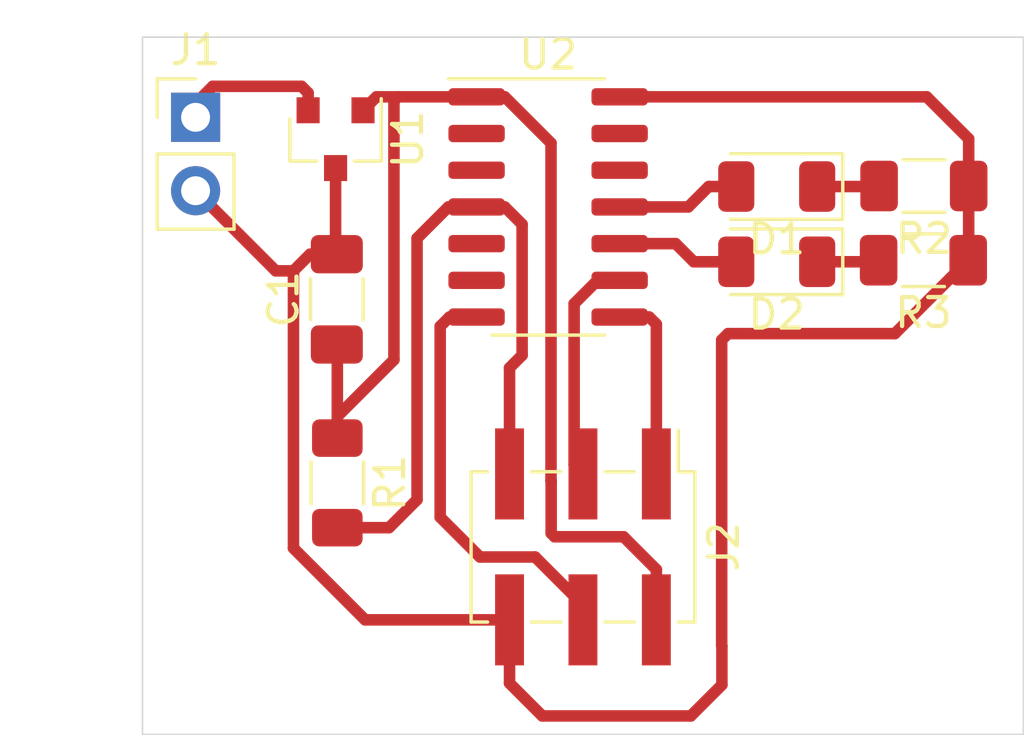
<source format=kicad_pcb>
(kicad_pcb (version 20171130) (host pcbnew "(5.1.9-0-10_14)")

  (general
    (thickness 1.6)
    (drawings 4)
    (tracks 82)
    (zones 0)
    (modules 10)
    (nets 18)
  )

  (page A4)
  (layers
    (0 F.Cu signal)
    (31 B.Cu signal)
    (32 B.Adhes user)
    (33 F.Adhes user)
    (34 B.Paste user)
    (35 F.Paste user)
    (36 B.SilkS user)
    (37 F.SilkS user)
    (38 B.Mask user)
    (39 F.Mask user)
    (40 Dwgs.User user)
    (41 Cmts.User user)
    (42 Eco1.User user)
    (43 Eco2.User user)
    (44 Edge.Cuts user)
    (45 Margin user)
    (46 B.CrtYd user)
    (47 F.CrtYd user)
    (48 B.Fab user)
    (49 F.Fab user)
  )

  (setup
    (last_trace_width 0.4)
    (trace_clearance 0.4)
    (zone_clearance 0.508)
    (zone_45_only no)
    (trace_min 0.2)
    (via_size 1.2)
    (via_drill 0.8)
    (via_min_size 0.4)
    (via_min_drill 0.3)
    (uvia_size 0.3)
    (uvia_drill 0.1)
    (uvias_allowed no)
    (uvia_min_size 0.2)
    (uvia_min_drill 0.1)
    (edge_width 0.05)
    (segment_width 0.2)
    (pcb_text_width 0.3)
    (pcb_text_size 1.5 1.5)
    (mod_edge_width 0.12)
    (mod_text_size 1 1)
    (mod_text_width 0.15)
    (pad_size 1.524 1.524)
    (pad_drill 0.762)
    (pad_to_mask_clearance 0)
    (solder_mask_min_width 0.25)
    (aux_axis_origin 0 0)
    (visible_elements 7FFFFFFF)
    (pcbplotparams
      (layerselection 0x01000_7fffffff)
      (usegerberextensions false)
      (usegerberattributes true)
      (usegerberadvancedattributes true)
      (creategerberjobfile true)
      (excludeedgelayer true)
      (linewidth 0.100000)
      (plotframeref false)
      (viasonmask false)
      (mode 1)
      (useauxorigin false)
      (hpglpennumber 1)
      (hpglpenspeed 20)
      (hpglpendiameter 15.000000)
      (psnegative false)
      (psa4output false)
      (plotreference true)
      (plotvalue true)
      (plotinvisibletext false)
      (padsonsilk false)
      (subtractmaskfromsilk false)
      (outputformat 1)
      (mirror false)
      (drillshape 0)
      (scaleselection 1)
      (outputdirectory ""))
  )

  (net 0 "")
  (net 1 GND)
  (net 2 +9V)
  (net 3 /MISO)
  (net 4 VCC)
  (net 5 /SCK)
  (net 6 /MOSI)
  (net 7 /RESET)
  (net 8 "Net-(U2-Pad2)")
  (net 9 "Net-(U2-Pad3)")
  (net 10 "Net-(U2-Pad5)")
  (net 11 "Net-(U2-Pad6)")
  (net 12 "Net-(U2-Pad12)")
  (net 13 "Net-(U2-Pad13)")
  (net 14 "Net-(D1-Pad1)")
  (net 15 "Net-(D1-Pad2)")
  (net 16 "Net-(D2-Pad2)")
  (net 17 "Net-(D2-Pad1)")

  (net_class Default "This is the default net class."
    (clearance 0.4)
    (trace_width 0.4)
    (via_dia 1.2)
    (via_drill 0.8)
    (uvia_dia 0.3)
    (uvia_drill 0.1)
    (add_net +9V)
    (add_net /MISO)
    (add_net /MOSI)
    (add_net /RESET)
    (add_net /SCK)
    (add_net GND)
    (add_net "Net-(D1-Pad1)")
    (add_net "Net-(D1-Pad2)")
    (add_net "Net-(D2-Pad1)")
    (add_net "Net-(D2-Pad2)")
    (add_net "Net-(U2-Pad12)")
    (add_net "Net-(U2-Pad13)")
    (add_net "Net-(U2-Pad2)")
    (add_net "Net-(U2-Pad3)")
    (add_net "Net-(U2-Pad5)")
    (add_net "Net-(U2-Pad6)")
    (add_net VCC)
  )

  (module Package_SO:SOIC-14_3.9x8.7mm_P1.27mm (layer F.Cu) (tedit 5D9F72B1) (tstamp 6180A6F4)
    (at 138.495001 99.855001)
    (descr "SOIC, 14 Pin (JEDEC MS-012AB, https://www.analog.com/media/en/package-pcb-resources/package/pkg_pdf/soic_narrow-r/r_14.pdf), generated with kicad-footprint-generator ipc_gullwing_generator.py")
    (tags "SOIC SO")
    (path /6181189F)
    (attr smd)
    (fp_text reference U2 (at 0 -5.28) (layer F.SilkS)
      (effects (font (size 1 1) (thickness 0.15)))
    )
    (fp_text value ATtiny44A-SSU (at 0 5.28) (layer F.Fab)
      (effects (font (size 1 1) (thickness 0.15)))
    )
    (fp_line (start 3.7 -4.58) (end -3.7 -4.58) (layer F.CrtYd) (width 0.05))
    (fp_line (start 3.7 4.58) (end 3.7 -4.58) (layer F.CrtYd) (width 0.05))
    (fp_line (start -3.7 4.58) (end 3.7 4.58) (layer F.CrtYd) (width 0.05))
    (fp_line (start -3.7 -4.58) (end -3.7 4.58) (layer F.CrtYd) (width 0.05))
    (fp_line (start -1.95 -3.35) (end -0.975 -4.325) (layer F.Fab) (width 0.1))
    (fp_line (start -1.95 4.325) (end -1.95 -3.35) (layer F.Fab) (width 0.1))
    (fp_line (start 1.95 4.325) (end -1.95 4.325) (layer F.Fab) (width 0.1))
    (fp_line (start 1.95 -4.325) (end 1.95 4.325) (layer F.Fab) (width 0.1))
    (fp_line (start -0.975 -4.325) (end 1.95 -4.325) (layer F.Fab) (width 0.1))
    (fp_line (start 0 -4.435) (end -3.45 -4.435) (layer F.SilkS) (width 0.12))
    (fp_line (start 0 -4.435) (end 1.95 -4.435) (layer F.SilkS) (width 0.12))
    (fp_line (start 0 4.435) (end -1.95 4.435) (layer F.SilkS) (width 0.12))
    (fp_line (start 0 4.435) (end 1.95 4.435) (layer F.SilkS) (width 0.12))
    (fp_text user %R (at 0 0) (layer F.Fab)
      (effects (font (size 0.98 0.98) (thickness 0.15)))
    )
    (pad 1 smd roundrect (at -2.475 -3.81) (size 1.95 0.6) (layers F.Cu F.Paste F.Mask) (roundrect_rratio 0.25)
      (net 4 VCC))
    (pad 2 smd roundrect (at -2.475 -2.54) (size 1.95 0.6) (layers F.Cu F.Paste F.Mask) (roundrect_rratio 0.25)
      (net 8 "Net-(U2-Pad2)"))
    (pad 3 smd roundrect (at -2.475 -1.27) (size 1.95 0.6) (layers F.Cu F.Paste F.Mask) (roundrect_rratio 0.25)
      (net 9 "Net-(U2-Pad3)"))
    (pad 4 smd roundrect (at -2.475 0) (size 1.95 0.6) (layers F.Cu F.Paste F.Mask) (roundrect_rratio 0.25)
      (net 7 /RESET))
    (pad 5 smd roundrect (at -2.475 1.27) (size 1.95 0.6) (layers F.Cu F.Paste F.Mask) (roundrect_rratio 0.25)
      (net 10 "Net-(U2-Pad5)"))
    (pad 6 smd roundrect (at -2.475 2.54) (size 1.95 0.6) (layers F.Cu F.Paste F.Mask) (roundrect_rratio 0.25)
      (net 11 "Net-(U2-Pad6)"))
    (pad 7 smd roundrect (at -2.475 3.81) (size 1.95 0.6) (layers F.Cu F.Paste F.Mask) (roundrect_rratio 0.25)
      (net 6 /MOSI))
    (pad 8 smd roundrect (at 2.475 3.81) (size 1.95 0.6) (layers F.Cu F.Paste F.Mask) (roundrect_rratio 0.25)
      (net 3 /MISO))
    (pad 9 smd roundrect (at 2.475 2.54) (size 1.95 0.6) (layers F.Cu F.Paste F.Mask) (roundrect_rratio 0.25)
      (net 5 /SCK))
    (pad 10 smd roundrect (at 2.475 1.27) (size 1.95 0.6) (layers F.Cu F.Paste F.Mask) (roundrect_rratio 0.25)
      (net 16 "Net-(D2-Pad2)"))
    (pad 11 smd roundrect (at 2.475 0) (size 1.95 0.6) (layers F.Cu F.Paste F.Mask) (roundrect_rratio 0.25)
      (net 15 "Net-(D1-Pad2)"))
    (pad 12 smd roundrect (at 2.475 -1.27) (size 1.95 0.6) (layers F.Cu F.Paste F.Mask) (roundrect_rratio 0.25)
      (net 12 "Net-(U2-Pad12)"))
    (pad 13 smd roundrect (at 2.475 -2.54) (size 1.95 0.6) (layers F.Cu F.Paste F.Mask) (roundrect_rratio 0.25)
      (net 13 "Net-(U2-Pad13)"))
    (pad 14 smd roundrect (at 2.475 -3.81) (size 1.95 0.6) (layers F.Cu F.Paste F.Mask) (roundrect_rratio 0.25)
      (net 1 GND))
    (model ${KISYS3DMOD}/Package_SO.3dshapes/SOIC-14_3.9x8.7mm_P1.27mm.wrl
      (at (xyz 0 0 0))
      (scale (xyz 1 1 1))
      (rotate (xyz 0 0 0))
    )
  )

  (module Connector_PinHeader_2.54mm:PinHeader_2x03_P2.54mm_Vertical_SMD (layer F.Cu) (tedit 59FED5CC) (tstamp 6180ACFC)
    (at 139.7 111.618 270)
    (descr "surface-mounted straight pin header, 2x03, 2.54mm pitch, double rows")
    (tags "Surface mounted pin header SMD 2x03 2.54mm double row")
    (path /61812338)
    (attr smd)
    (fp_text reference J2 (at 0 -4.87 90) (layer F.SilkS)
      (effects (font (size 1 1) (thickness 0.15)))
    )
    (fp_text value AVR-ISP-6 (at 0 4.87 90) (layer F.Fab)
      (effects (font (size 1 1) (thickness 0.15)))
    )
    (fp_line (start 5.9 -4.35) (end -5.9 -4.35) (layer F.CrtYd) (width 0.05))
    (fp_line (start 5.9 4.35) (end 5.9 -4.35) (layer F.CrtYd) (width 0.05))
    (fp_line (start -5.9 4.35) (end 5.9 4.35) (layer F.CrtYd) (width 0.05))
    (fp_line (start -5.9 -4.35) (end -5.9 4.35) (layer F.CrtYd) (width 0.05))
    (fp_line (start 2.6 0.76) (end 2.6 1.78) (layer F.SilkS) (width 0.12))
    (fp_line (start -2.6 0.76) (end -2.6 1.78) (layer F.SilkS) (width 0.12))
    (fp_line (start 2.6 -1.78) (end 2.6 -0.76) (layer F.SilkS) (width 0.12))
    (fp_line (start -2.6 -1.78) (end -2.6 -0.76) (layer F.SilkS) (width 0.12))
    (fp_line (start 2.6 3.3) (end 2.6 3.87) (layer F.SilkS) (width 0.12))
    (fp_line (start -2.6 3.3) (end -2.6 3.87) (layer F.SilkS) (width 0.12))
    (fp_line (start 2.6 -3.87) (end 2.6 -3.3) (layer F.SilkS) (width 0.12))
    (fp_line (start -2.6 -3.87) (end -2.6 -3.3) (layer F.SilkS) (width 0.12))
    (fp_line (start -4.04 -3.3) (end -2.6 -3.3) (layer F.SilkS) (width 0.12))
    (fp_line (start -2.6 3.87) (end 2.6 3.87) (layer F.SilkS) (width 0.12))
    (fp_line (start -2.6 -3.87) (end 2.6 -3.87) (layer F.SilkS) (width 0.12))
    (fp_line (start 3.6 2.86) (end 2.54 2.86) (layer F.Fab) (width 0.1))
    (fp_line (start 3.6 2.22) (end 3.6 2.86) (layer F.Fab) (width 0.1))
    (fp_line (start 2.54 2.22) (end 3.6 2.22) (layer F.Fab) (width 0.1))
    (fp_line (start -3.6 2.86) (end -2.54 2.86) (layer F.Fab) (width 0.1))
    (fp_line (start -3.6 2.22) (end -3.6 2.86) (layer F.Fab) (width 0.1))
    (fp_line (start -2.54 2.22) (end -3.6 2.22) (layer F.Fab) (width 0.1))
    (fp_line (start 3.6 0.32) (end 2.54 0.32) (layer F.Fab) (width 0.1))
    (fp_line (start 3.6 -0.32) (end 3.6 0.32) (layer F.Fab) (width 0.1))
    (fp_line (start 2.54 -0.32) (end 3.6 -0.32) (layer F.Fab) (width 0.1))
    (fp_line (start -3.6 0.32) (end -2.54 0.32) (layer F.Fab) (width 0.1))
    (fp_line (start -3.6 -0.32) (end -3.6 0.32) (layer F.Fab) (width 0.1))
    (fp_line (start -2.54 -0.32) (end -3.6 -0.32) (layer F.Fab) (width 0.1))
    (fp_line (start 3.6 -2.22) (end 2.54 -2.22) (layer F.Fab) (width 0.1))
    (fp_line (start 3.6 -2.86) (end 3.6 -2.22) (layer F.Fab) (width 0.1))
    (fp_line (start 2.54 -2.86) (end 3.6 -2.86) (layer F.Fab) (width 0.1))
    (fp_line (start -3.6 -2.22) (end -2.54 -2.22) (layer F.Fab) (width 0.1))
    (fp_line (start -3.6 -2.86) (end -3.6 -2.22) (layer F.Fab) (width 0.1))
    (fp_line (start -2.54 -2.86) (end -3.6 -2.86) (layer F.Fab) (width 0.1))
    (fp_line (start 2.54 -3.81) (end 2.54 3.81) (layer F.Fab) (width 0.1))
    (fp_line (start -2.54 -2.86) (end -1.59 -3.81) (layer F.Fab) (width 0.1))
    (fp_line (start -2.54 3.81) (end -2.54 -2.86) (layer F.Fab) (width 0.1))
    (fp_line (start -1.59 -3.81) (end 2.54 -3.81) (layer F.Fab) (width 0.1))
    (fp_line (start 2.54 3.81) (end -2.54 3.81) (layer F.Fab) (width 0.1))
    (fp_text user %R (at 0 0) (layer F.Fab)
      (effects (font (size 1 1) (thickness 0.15)))
    )
    (pad 1 smd rect (at -2.525 -2.54 270) (size 3.15 1) (layers F.Cu F.Paste F.Mask)
      (net 3 /MISO))
    (pad 2 smd rect (at 2.525 -2.54 270) (size 3.15 1) (layers F.Cu F.Paste F.Mask)
      (net 4 VCC))
    (pad 3 smd rect (at -2.525 0 270) (size 3.15 1) (layers F.Cu F.Paste F.Mask)
      (net 5 /SCK))
    (pad 4 smd rect (at 2.525 0 270) (size 3.15 1) (layers F.Cu F.Paste F.Mask)
      (net 6 /MOSI))
    (pad 5 smd rect (at -2.525 2.54 270) (size 3.15 1) (layers F.Cu F.Paste F.Mask)
      (net 7 /RESET))
    (pad 6 smd rect (at 2.525 2.54 270) (size 3.15 1) (layers F.Cu F.Paste F.Mask)
      (net 1 GND))
    (model ${KISYS3DMOD}/Connector_PinHeader_2.54mm.3dshapes/PinHeader_2x03_P2.54mm_Vertical_SMD.wrl
      (at (xyz 0 0 0))
      (scale (xyz 1 1 1))
      (rotate (xyz 0 0 0))
    )
  )

  (module Capacitor_SMD:C_1206_3216Metric_Pad1.33x1.80mm_HandSolder (layer F.Cu) (tedit 5F68FEEF) (tstamp 6180A667)
    (at 131.18338 103.05248 90)
    (descr "Capacitor SMD 1206 (3216 Metric), square (rectangular) end terminal, IPC_7351 nominal with elongated pad for handsoldering. (Body size source: IPC-SM-782 page 76, https://www.pcb-3d.com/wordpress/wp-content/uploads/ipc-sm-782a_amendment_1_and_2.pdf), generated with kicad-footprint-generator")
    (tags "capacitor handsolder")
    (path /61815811)
    (attr smd)
    (fp_text reference C1 (at 0 -1.85 90) (layer F.SilkS)
      (effects (font (size 1 1) (thickness 0.15)))
    )
    (fp_text value 1uF (at 0 1.85 90) (layer F.Fab)
      (effects (font (size 1 1) (thickness 0.15)))
    )
    (fp_line (start 2.48 1.15) (end -2.48 1.15) (layer F.CrtYd) (width 0.05))
    (fp_line (start 2.48 -1.15) (end 2.48 1.15) (layer F.CrtYd) (width 0.05))
    (fp_line (start -2.48 -1.15) (end 2.48 -1.15) (layer F.CrtYd) (width 0.05))
    (fp_line (start -2.48 1.15) (end -2.48 -1.15) (layer F.CrtYd) (width 0.05))
    (fp_line (start -0.711252 0.91) (end 0.711252 0.91) (layer F.SilkS) (width 0.12))
    (fp_line (start -0.711252 -0.91) (end 0.711252 -0.91) (layer F.SilkS) (width 0.12))
    (fp_line (start 1.6 0.8) (end -1.6 0.8) (layer F.Fab) (width 0.1))
    (fp_line (start 1.6 -0.8) (end 1.6 0.8) (layer F.Fab) (width 0.1))
    (fp_line (start -1.6 -0.8) (end 1.6 -0.8) (layer F.Fab) (width 0.1))
    (fp_line (start -1.6 0.8) (end -1.6 -0.8) (layer F.Fab) (width 0.1))
    (fp_text user %R (at 0 0 90) (layer F.Fab)
      (effects (font (size 0.8 0.8) (thickness 0.12)))
    )
    (pad 1 smd roundrect (at -1.5625 0 90) (size 1.325 1.8) (layers F.Cu F.Paste F.Mask) (roundrect_rratio 0.1886784905660377)
      (net 4 VCC))
    (pad 2 smd roundrect (at 1.5625 0 90) (size 1.325 1.8) (layers F.Cu F.Paste F.Mask) (roundrect_rratio 0.1886784905660377)
      (net 1 GND))
    (model ${KISYS3DMOD}/Capacitor_SMD.3dshapes/C_1206_3216Metric.wrl
      (at (xyz 0 0 0))
      (scale (xyz 1 1 1))
      (rotate (xyz 0 0 0))
    )
  )

  (module Connector_PinHeader_2.54mm:PinHeader_1x02_P2.54mm_Vertical (layer F.Cu) (tedit 59FED5CC) (tstamp 61816745)
    (at 126.29642 96.75368)
    (descr "Through hole straight pin header, 1x02, 2.54mm pitch, single row")
    (tags "Through hole pin header THT 1x02 2.54mm single row")
    (path /61824F8C)
    (fp_text reference J1 (at 0 -2.33) (layer F.SilkS)
      (effects (font (size 1 1) (thickness 0.15)))
    )
    (fp_text value Conn_01x02_Male (at 0 4.87) (layer F.Fab)
      (effects (font (size 1 1) (thickness 0.15)))
    )
    (fp_line (start 1.8 -1.8) (end -1.8 -1.8) (layer F.CrtYd) (width 0.05))
    (fp_line (start 1.8 4.35) (end 1.8 -1.8) (layer F.CrtYd) (width 0.05))
    (fp_line (start -1.8 4.35) (end 1.8 4.35) (layer F.CrtYd) (width 0.05))
    (fp_line (start -1.8 -1.8) (end -1.8 4.35) (layer F.CrtYd) (width 0.05))
    (fp_line (start -1.33 -1.33) (end 0 -1.33) (layer F.SilkS) (width 0.12))
    (fp_line (start -1.33 0) (end -1.33 -1.33) (layer F.SilkS) (width 0.12))
    (fp_line (start -1.33 1.27) (end 1.33 1.27) (layer F.SilkS) (width 0.12))
    (fp_line (start 1.33 1.27) (end 1.33 3.87) (layer F.SilkS) (width 0.12))
    (fp_line (start -1.33 1.27) (end -1.33 3.87) (layer F.SilkS) (width 0.12))
    (fp_line (start -1.33 3.87) (end 1.33 3.87) (layer F.SilkS) (width 0.12))
    (fp_line (start -1.27 -0.635) (end -0.635 -1.27) (layer F.Fab) (width 0.1))
    (fp_line (start -1.27 3.81) (end -1.27 -0.635) (layer F.Fab) (width 0.1))
    (fp_line (start 1.27 3.81) (end -1.27 3.81) (layer F.Fab) (width 0.1))
    (fp_line (start 1.27 -1.27) (end 1.27 3.81) (layer F.Fab) (width 0.1))
    (fp_line (start -0.635 -1.27) (end 1.27 -1.27) (layer F.Fab) (width 0.1))
    (fp_text user %R (at 0 1.27 90) (layer F.Fab)
      (effects (font (size 1 1) (thickness 0.15)))
    )
    (pad 1 thru_hole rect (at 0 0) (size 1.7 1.7) (drill 1) (layers *.Cu *.Mask)
      (net 2 +9V))
    (pad 2 thru_hole oval (at 0 2.54) (size 1.7 1.7) (drill 1) (layers *.Cu *.Mask)
      (net 1 GND))
    (model ${KISYS3DMOD}/Connector_PinHeader_2.54mm.3dshapes/PinHeader_1x02_P2.54mm_Vertical.wrl
      (at (xyz 0 0 0))
      (scale (xyz 1 1 1))
      (rotate (xyz 0 0 0))
    )
  )

  (module Resistor_SMD:R_1206_3216Metric_Pad1.30x1.75mm_HandSolder (layer F.Cu) (tedit 5F68FEEE) (tstamp 6180AE66)
    (at 131.20116 109.40348 270)
    (descr "Resistor SMD 1206 (3216 Metric), square (rectangular) end terminal, IPC_7351 nominal with elongated pad for handsoldering. (Body size source: IPC-SM-782 page 72, https://www.pcb-3d.com/wordpress/wp-content/uploads/ipc-sm-782a_amendment_1_and_2.pdf), generated with kicad-footprint-generator")
    (tags "resistor handsolder")
    (path /61814E9E)
    (attr smd)
    (fp_text reference R1 (at 0 -1.82 90) (layer F.SilkS)
      (effects (font (size 1 1) (thickness 0.15)))
    )
    (fp_text value 10k (at 0 1.82 90) (layer F.Fab)
      (effects (font (size 1 1) (thickness 0.15)))
    )
    (fp_line (start 2.45 1.12) (end -2.45 1.12) (layer F.CrtYd) (width 0.05))
    (fp_line (start 2.45 -1.12) (end 2.45 1.12) (layer F.CrtYd) (width 0.05))
    (fp_line (start -2.45 -1.12) (end 2.45 -1.12) (layer F.CrtYd) (width 0.05))
    (fp_line (start -2.45 1.12) (end -2.45 -1.12) (layer F.CrtYd) (width 0.05))
    (fp_line (start -0.727064 0.91) (end 0.727064 0.91) (layer F.SilkS) (width 0.12))
    (fp_line (start -0.727064 -0.91) (end 0.727064 -0.91) (layer F.SilkS) (width 0.12))
    (fp_line (start 1.6 0.8) (end -1.6 0.8) (layer F.Fab) (width 0.1))
    (fp_line (start 1.6 -0.8) (end 1.6 0.8) (layer F.Fab) (width 0.1))
    (fp_line (start -1.6 -0.8) (end 1.6 -0.8) (layer F.Fab) (width 0.1))
    (fp_line (start -1.6 0.8) (end -1.6 -0.8) (layer F.Fab) (width 0.1))
    (fp_text user %R (at 0 0 90) (layer F.Fab)
      (effects (font (size 0.8 0.8) (thickness 0.12)))
    )
    (pad 1 smd roundrect (at -1.55 0 270) (size 1.3 1.75) (layers F.Cu F.Paste F.Mask) (roundrect_rratio 0.1923076923076923)
      (net 4 VCC))
    (pad 2 smd roundrect (at 1.55 0 270) (size 1.3 1.75) (layers F.Cu F.Paste F.Mask) (roundrect_rratio 0.1923076923076923)
      (net 7 /RESET))
    (model ${KISYS3DMOD}/Resistor_SMD.3dshapes/R_1206_3216Metric.wrl
      (at (xyz 0 0 0))
      (scale (xyz 1 1 1))
      (rotate (xyz 0 0 0))
    )
  )

  (module Package_TO_SOT_SMD:SOT-23 (layer F.Cu) (tedit 5A02FF57) (tstamp 6180A6D4)
    (at 131.14024 97.50984 270)
    (descr "SOT-23, Standard")
    (tags SOT-23)
    (path /618137DB)
    (attr smd)
    (fp_text reference U1 (at 0 -2.5 90) (layer F.SilkS)
      (effects (font (size 1 1) (thickness 0.15)))
    )
    (fp_text value LM3480-5.0 (at 0 2.5 90) (layer F.Fab)
      (effects (font (size 1 1) (thickness 0.15)))
    )
    (fp_line (start 0.76 1.58) (end -0.7 1.58) (layer F.SilkS) (width 0.12))
    (fp_line (start 0.76 -1.58) (end -1.4 -1.58) (layer F.SilkS) (width 0.12))
    (fp_line (start -1.7 1.75) (end -1.7 -1.75) (layer F.CrtYd) (width 0.05))
    (fp_line (start 1.7 1.75) (end -1.7 1.75) (layer F.CrtYd) (width 0.05))
    (fp_line (start 1.7 -1.75) (end 1.7 1.75) (layer F.CrtYd) (width 0.05))
    (fp_line (start -1.7 -1.75) (end 1.7 -1.75) (layer F.CrtYd) (width 0.05))
    (fp_line (start 0.76 -1.58) (end 0.76 -0.65) (layer F.SilkS) (width 0.12))
    (fp_line (start 0.76 1.58) (end 0.76 0.65) (layer F.SilkS) (width 0.12))
    (fp_line (start -0.7 1.52) (end 0.7 1.52) (layer F.Fab) (width 0.1))
    (fp_line (start 0.7 -1.52) (end 0.7 1.52) (layer F.Fab) (width 0.1))
    (fp_line (start -0.7 -0.95) (end -0.15 -1.52) (layer F.Fab) (width 0.1))
    (fp_line (start -0.15 -1.52) (end 0.7 -1.52) (layer F.Fab) (width 0.1))
    (fp_line (start -0.7 -0.95) (end -0.7 1.5) (layer F.Fab) (width 0.1))
    (fp_text user %R (at 0 0) (layer F.Fab)
      (effects (font (size 0.5 0.5) (thickness 0.075)))
    )
    (pad 1 smd rect (at -1 -0.95 270) (size 0.9 0.8) (layers F.Cu F.Paste F.Mask)
      (net 4 VCC))
    (pad 2 smd rect (at -1 0.95 270) (size 0.9 0.8) (layers F.Cu F.Paste F.Mask)
      (net 2 +9V))
    (pad 3 smd rect (at 1 0 270) (size 0.9 0.8) (layers F.Cu F.Paste F.Mask)
      (net 1 GND))
    (model ${KISYS3DMOD}/Package_TO_SOT_SMD.3dshapes/SOT-23.wrl
      (at (xyz 0 0 0))
      (scale (xyz 1 1 1))
      (rotate (xyz 0 0 0))
    )
  )

  (module LED_SMD:LED_1206_3216Metric (layer F.Cu) (tedit 5F68FEF1) (tstamp 618162F4)
    (at 146.40514 99.1489 180)
    (descr "LED SMD 1206 (3216 Metric), square (rectangular) end terminal, IPC_7351 nominal, (Body size source: http://www.tortai-tech.com/upload/download/2011102023233369053.pdf), generated with kicad-footprint-generator")
    (tags LED)
    (path /61816D9D)
    (attr smd)
    (fp_text reference D1 (at 0 -1.82) (layer F.SilkS)
      (effects (font (size 1 1) (thickness 0.15)))
    )
    (fp_text value LED (at 0 1.82) (layer F.Fab)
      (effects (font (size 1 1) (thickness 0.15)))
    )
    (fp_line (start 1.6 -0.8) (end -1.2 -0.8) (layer F.Fab) (width 0.1))
    (fp_line (start -1.2 -0.8) (end -1.6 -0.4) (layer F.Fab) (width 0.1))
    (fp_line (start -1.6 -0.4) (end -1.6 0.8) (layer F.Fab) (width 0.1))
    (fp_line (start -1.6 0.8) (end 1.6 0.8) (layer F.Fab) (width 0.1))
    (fp_line (start 1.6 0.8) (end 1.6 -0.8) (layer F.Fab) (width 0.1))
    (fp_line (start 1.6 -1.135) (end -2.285 -1.135) (layer F.SilkS) (width 0.12))
    (fp_line (start -2.285 -1.135) (end -2.285 1.135) (layer F.SilkS) (width 0.12))
    (fp_line (start -2.285 1.135) (end 1.6 1.135) (layer F.SilkS) (width 0.12))
    (fp_line (start -2.28 1.12) (end -2.28 -1.12) (layer F.CrtYd) (width 0.05))
    (fp_line (start -2.28 -1.12) (end 2.28 -1.12) (layer F.CrtYd) (width 0.05))
    (fp_line (start 2.28 -1.12) (end 2.28 1.12) (layer F.CrtYd) (width 0.05))
    (fp_line (start 2.28 1.12) (end -2.28 1.12) (layer F.CrtYd) (width 0.05))
    (fp_text user %R (at 0 0) (layer F.Fab)
      (effects (font (size 0.8 0.8) (thickness 0.12)))
    )
    (pad 1 smd roundrect (at -1.4 0 180) (size 1.25 1.75) (layers F.Cu F.Paste F.Mask) (roundrect_rratio 0.2)
      (net 14 "Net-(D1-Pad1)"))
    (pad 2 smd roundrect (at 1.4 0 180) (size 1.25 1.75) (layers F.Cu F.Paste F.Mask) (roundrect_rratio 0.2)
      (net 15 "Net-(D1-Pad2)"))
    (model ${KISYS3DMOD}/LED_SMD.3dshapes/LED_1206_3216Metric.wrl
      (at (xyz 0 0 0))
      (scale (xyz 1 1 1))
      (rotate (xyz 0 0 0))
    )
  )

  (module LED_SMD:LED_1206_3216Metric (layer F.Cu) (tedit 5F68FEF1) (tstamp 61816307)
    (at 146.40514 101.7524 180)
    (descr "LED SMD 1206 (3216 Metric), square (rectangular) end terminal, IPC_7351 nominal, (Body size source: http://www.tortai-tech.com/upload/download/2011102023233369053.pdf), generated with kicad-footprint-generator")
    (tags LED)
    (path /6182024E)
    (attr smd)
    (fp_text reference D2 (at 0 -1.82) (layer F.SilkS)
      (effects (font (size 1 1) (thickness 0.15)))
    )
    (fp_text value LED (at 0 1.82) (layer F.Fab)
      (effects (font (size 1 1) (thickness 0.15)))
    )
    (fp_line (start 2.28 1.12) (end -2.28 1.12) (layer F.CrtYd) (width 0.05))
    (fp_line (start 2.28 -1.12) (end 2.28 1.12) (layer F.CrtYd) (width 0.05))
    (fp_line (start -2.28 -1.12) (end 2.28 -1.12) (layer F.CrtYd) (width 0.05))
    (fp_line (start -2.28 1.12) (end -2.28 -1.12) (layer F.CrtYd) (width 0.05))
    (fp_line (start -2.285 1.135) (end 1.6 1.135) (layer F.SilkS) (width 0.12))
    (fp_line (start -2.285 -1.135) (end -2.285 1.135) (layer F.SilkS) (width 0.12))
    (fp_line (start 1.6 -1.135) (end -2.285 -1.135) (layer F.SilkS) (width 0.12))
    (fp_line (start 1.6 0.8) (end 1.6 -0.8) (layer F.Fab) (width 0.1))
    (fp_line (start -1.6 0.8) (end 1.6 0.8) (layer F.Fab) (width 0.1))
    (fp_line (start -1.6 -0.4) (end -1.6 0.8) (layer F.Fab) (width 0.1))
    (fp_line (start -1.2 -0.8) (end -1.6 -0.4) (layer F.Fab) (width 0.1))
    (fp_line (start 1.6 -0.8) (end -1.2 -0.8) (layer F.Fab) (width 0.1))
    (fp_text user %R (at 0 0) (layer F.Fab)
      (effects (font (size 0.8 0.8) (thickness 0.12)))
    )
    (pad 2 smd roundrect (at 1.4 0 180) (size 1.25 1.75) (layers F.Cu F.Paste F.Mask) (roundrect_rratio 0.2)
      (net 16 "Net-(D2-Pad2)"))
    (pad 1 smd roundrect (at -1.4 0 180) (size 1.25 1.75) (layers F.Cu F.Paste F.Mask) (roundrect_rratio 0.2)
      (net 17 "Net-(D2-Pad1)"))
    (model ${KISYS3DMOD}/LED_SMD.3dshapes/LED_1206_3216Metric.wrl
      (at (xyz 0 0 0))
      (scale (xyz 1 1 1))
      (rotate (xyz 0 0 0))
    )
  )

  (module Resistor_SMD:R_1206_3216Metric_Pad1.30x1.75mm_HandSolder (layer F.Cu) (tedit 5F68FEEE) (tstamp 61816318)
    (at 151.4977 99.13112 180)
    (descr "Resistor SMD 1206 (3216 Metric), square (rectangular) end terminal, IPC_7351 nominal with elongated pad for handsoldering. (Body size source: IPC-SM-782 page 72, https://www.pcb-3d.com/wordpress/wp-content/uploads/ipc-sm-782a_amendment_1_and_2.pdf), generated with kicad-footprint-generator")
    (tags "resistor handsolder")
    (path /6181FB39)
    (attr smd)
    (fp_text reference R2 (at 0 -1.82) (layer F.SilkS)
      (effects (font (size 1 1) (thickness 0.15)))
    )
    (fp_text value 1k (at 0 1.82) (layer F.Fab)
      (effects (font (size 1 1) (thickness 0.15)))
    )
    (fp_line (start -1.6 0.8) (end -1.6 -0.8) (layer F.Fab) (width 0.1))
    (fp_line (start -1.6 -0.8) (end 1.6 -0.8) (layer F.Fab) (width 0.1))
    (fp_line (start 1.6 -0.8) (end 1.6 0.8) (layer F.Fab) (width 0.1))
    (fp_line (start 1.6 0.8) (end -1.6 0.8) (layer F.Fab) (width 0.1))
    (fp_line (start -0.727064 -0.91) (end 0.727064 -0.91) (layer F.SilkS) (width 0.12))
    (fp_line (start -0.727064 0.91) (end 0.727064 0.91) (layer F.SilkS) (width 0.12))
    (fp_line (start -2.45 1.12) (end -2.45 -1.12) (layer F.CrtYd) (width 0.05))
    (fp_line (start -2.45 -1.12) (end 2.45 -1.12) (layer F.CrtYd) (width 0.05))
    (fp_line (start 2.45 -1.12) (end 2.45 1.12) (layer F.CrtYd) (width 0.05))
    (fp_line (start 2.45 1.12) (end -2.45 1.12) (layer F.CrtYd) (width 0.05))
    (fp_text user %R (at 0 0) (layer F.Fab)
      (effects (font (size 0.8 0.8) (thickness 0.12)))
    )
    (pad 1 smd roundrect (at -1.55 0 180) (size 1.3 1.75) (layers F.Cu F.Paste F.Mask) (roundrect_rratio 0.1923076923076923)
      (net 1 GND))
    (pad 2 smd roundrect (at 1.55 0 180) (size 1.3 1.75) (layers F.Cu F.Paste F.Mask) (roundrect_rratio 0.1923076923076923)
      (net 14 "Net-(D1-Pad1)"))
    (model ${KISYS3DMOD}/Resistor_SMD.3dshapes/R_1206_3216Metric.wrl
      (at (xyz 0 0 0))
      (scale (xyz 1 1 1))
      (rotate (xyz 0 0 0))
    )
  )

  (module Resistor_SMD:R_1206_3216Metric_Pad1.30x1.75mm_HandSolder (layer F.Cu) (tedit 5F68FEEE) (tstamp 61816477)
    (at 151.48112 101.69906 180)
    (descr "Resistor SMD 1206 (3216 Metric), square (rectangular) end terminal, IPC_7351 nominal with elongated pad for handsoldering. (Body size source: IPC-SM-782 page 72, https://www.pcb-3d.com/wordpress/wp-content/uploads/ipc-sm-782a_amendment_1_and_2.pdf), generated with kicad-footprint-generator")
    (tags "resistor handsolder")
    (path /61820823)
    (attr smd)
    (fp_text reference R3 (at 0 -1.82) (layer F.SilkS)
      (effects (font (size 1 1) (thickness 0.15)))
    )
    (fp_text value 1k (at 0 1.82) (layer F.Fab)
      (effects (font (size 1 1) (thickness 0.15)))
    )
    (fp_line (start 2.45 1.12) (end -2.45 1.12) (layer F.CrtYd) (width 0.05))
    (fp_line (start 2.45 -1.12) (end 2.45 1.12) (layer F.CrtYd) (width 0.05))
    (fp_line (start -2.45 -1.12) (end 2.45 -1.12) (layer F.CrtYd) (width 0.05))
    (fp_line (start -2.45 1.12) (end -2.45 -1.12) (layer F.CrtYd) (width 0.05))
    (fp_line (start -0.727064 0.91) (end 0.727064 0.91) (layer F.SilkS) (width 0.12))
    (fp_line (start -0.727064 -0.91) (end 0.727064 -0.91) (layer F.SilkS) (width 0.12))
    (fp_line (start 1.6 0.8) (end -1.6 0.8) (layer F.Fab) (width 0.1))
    (fp_line (start 1.6 -0.8) (end 1.6 0.8) (layer F.Fab) (width 0.1))
    (fp_line (start -1.6 -0.8) (end 1.6 -0.8) (layer F.Fab) (width 0.1))
    (fp_line (start -1.6 0.8) (end -1.6 -0.8) (layer F.Fab) (width 0.1))
    (fp_text user %R (at 0 0) (layer F.Fab)
      (effects (font (size 0.8 0.8) (thickness 0.12)))
    )
    (pad 2 smd roundrect (at 1.55 0 180) (size 1.3 1.75) (layers F.Cu F.Paste F.Mask) (roundrect_rratio 0.1923076923076923)
      (net 17 "Net-(D2-Pad1)"))
    (pad 1 smd roundrect (at -1.55 0 180) (size 1.3 1.75) (layers F.Cu F.Paste F.Mask) (roundrect_rratio 0.1923076923076923)
      (net 1 GND))
    (model ${KISYS3DMOD}/Resistor_SMD.3dshapes/R_1206_3216Metric.wrl
      (at (xyz 0 0 0))
      (scale (xyz 1 1 1))
      (rotate (xyz 0 0 0))
    )
  )

  (gr_line (start 124.46 118.11) (end 124.46 93.98) (layer Edge.Cuts) (width 0.05) (tstamp 61816862))
  (gr_line (start 154.94 118.11) (end 124.46 118.11) (layer Edge.Cuts) (width 0.05))
  (gr_line (start 154.94 93.98) (end 154.94 118.11) (layer Edge.Cuts) (width 0.05))
  (gr_line (start 124.46 93.98) (end 154.94 93.98) (layer Edge.Cuts) (width 0.05))

  (segment (start 131.18338 101.48998) (end 130.25962 101.48998) (width 0.4) (layer F.Cu) (net 1))
  (segment (start 132.163582 114.143) (end 137.16 114.143) (width 0.4) (layer F.Cu) (net 1))
  (segment (start 129.68337 111.662788) (end 132.163582 114.143) (width 0.4) (layer F.Cu) (net 1))
  (segment (start 129.68337 102.06623) (end 129.68337 111.662788) (width 0.4) (layer F.Cu) (net 1))
  (segment (start 130.25962 101.48998) (end 129.68337 102.06623) (width 0.4) (layer F.Cu) (net 1))
  (segment (start 131.14024 101.44684) (end 131.18338 101.48998) (width 0.4) (layer F.Cu) (net 1))
  (segment (start 131.14024 98.50984) (end 131.14024 101.44684) (width 0.4) (layer F.Cu) (net 1))
  (segment (start 140.970001 96.045001) (end 151.594801 96.045001) (width 0.4) (layer F.Cu) (net 1))
  (segment (start 153.0477 97.4979) (end 153.0477 99.13112) (width 0.4) (layer F.Cu) (net 1))
  (segment (start 151.594801 96.045001) (end 153.0477 97.4979) (width 0.4) (layer F.Cu) (net 1))
  (segment (start 153.0477 101.68248) (end 153.03112 101.69906) (width 0.4) (layer F.Cu) (net 1))
  (segment (start 153.0477 99.13112) (end 153.0477 101.68248) (width 0.4) (layer F.Cu) (net 1))
  (segment (start 153.03112 101.69906) (end 150.49112 104.23906) (width 0.4) (layer F.Cu) (net 1))
  (segment (start 150.49112 104.23906) (end 144.72158 104.23906) (width 0.4) (layer F.Cu) (net 1))
  (segment (start 144.72158 104.23906) (end 144.5006 104.46004) (width 0.4) (layer F.Cu) (net 1))
  (segment (start 144.5006 115.037402) (end 144.50822 115.045022) (width 0.4) (layer F.Cu) (net 1))
  (segment (start 144.5006 104.46004) (end 144.5006 115.037402) (width 0.4) (layer F.Cu) (net 1))
  (segment (start 144.50822 115.045022) (end 144.50822 116.39296) (width 0.4) (layer F.Cu) (net 1))
  (segment (start 144.50822 116.39296) (end 143.4338 117.46738) (width 0.4) (layer F.Cu) (net 1))
  (segment (start 143.4338 117.46738) (end 138.29284 117.46738) (width 0.4) (layer F.Cu) (net 1))
  (segment (start 137.16 116.33454) (end 137.16 114.143) (width 0.4) (layer F.Cu) (net 1))
  (segment (start 138.29284 117.46738) (end 137.16 116.33454) (width 0.4) (layer F.Cu) (net 1))
  (segment (start 129.06897 102.06623) (end 129.68337 102.06623) (width 0.4) (layer F.Cu) (net 1))
  (segment (start 126.29642 99.29368) (end 129.06897 102.06623) (width 0.4) (layer F.Cu) (net 1))
  (segment (start 126.29642 96.75368) (end 126.29642 96.27362) (width 0.4) (layer F.Cu) (net 2))
  (segment (start 126.29642 96.27362) (end 126.88824 95.6818) (width 0.4) (layer F.Cu) (net 2))
  (segment (start 126.88824 95.6818) (end 129.96418 95.6818) (width 0.4) (layer F.Cu) (net 2))
  (segment (start 130.19024 95.90786) (end 130.19024 96.50984) (width 0.4) (layer F.Cu) (net 2))
  (segment (start 129.96418 95.6818) (end 130.19024 95.90786) (width 0.4) (layer F.Cu) (net 2))
  (segment (start 140.970001 103.665001) (end 141.993601 103.665001) (width 0.4) (layer F.Cu) (net 3))
  (segment (start 142.24 103.9114) (end 142.24 109.093) (width 0.4) (layer F.Cu) (net 3))
  (segment (start 141.993601 103.665001) (end 142.24 103.9114) (width 0.4) (layer F.Cu) (net 3))
  (segment (start 131.20116 104.63276) (end 131.18338 104.61498) (width 0.4) (layer F.Cu) (net 4))
  (segment (start 131.20116 107.85348) (end 131.20116 104.63276) (width 0.4) (layer F.Cu) (net 4))
  (segment (start 136.995001 96.045001) (end 138.594981 97.644981) (width 0.4) (layer F.Cu) (net 4))
  (segment (start 136.020001 96.045001) (end 136.995001 96.045001) (width 0.4) (layer F.Cu) (net 4))
  (segment (start 142.24 112.401602) (end 142.24 114.143) (width 0.4) (layer F.Cu) (net 4))
  (segment (start 141.106399 111.268001) (end 142.24 112.401602) (width 0.4) (layer F.Cu) (net 4))
  (segment (start 138.594981 109.334181) (end 138.599999 109.339199) (width 0.4) (layer F.Cu) (net 4))
  (segment (start 138.594981 97.644981) (end 138.594981 109.334181) (width 0.4) (layer F.Cu) (net 4))
  (segment (start 138.719999 111.268001) (end 141.106399 111.268001) (width 0.4) (layer F.Cu) (net 4))
  (segment (start 138.599999 111.148001) (end 138.719999 111.268001) (width 0.4) (layer F.Cu) (net 4))
  (segment (start 138.599999 109.339199) (end 138.599999 111.148001) (width 0.4) (layer F.Cu) (net 4))
  (segment (start 132.555079 96.045001) (end 132.09024 96.50984) (width 0.4) (layer F.Cu) (net 4))
  (segment (start 131.20116 107.10348) (end 133.15968 105.14496) (width 0.4) (layer F.Cu) (net 4))
  (segment (start 133.15968 96.184521) (end 133.2992 96.045001) (width 0.4) (layer F.Cu) (net 4))
  (segment (start 133.15968 105.14496) (end 133.15968 96.184521) (width 0.4) (layer F.Cu) (net 4))
  (segment (start 131.20116 107.85348) (end 131.20116 107.10348) (width 0.4) (layer F.Cu) (net 4))
  (segment (start 136.020001 96.045001) (end 133.2992 96.045001) (width 0.4) (layer F.Cu) (net 4))
  (segment (start 133.2992 96.045001) (end 132.555079 96.045001) (width 0.4) (layer F.Cu) (net 4))
  (segment (start 140.970001 102.395001) (end 140.204325 102.395001) (width 0.4) (layer F.Cu) (net 5))
  (segment (start 139.394991 108.787991) (end 139.7 109.093) (width 0.4) (layer F.Cu) (net 5))
  (segment (start 139.394991 103.204335) (end 139.394991 108.787991) (width 0.4) (layer F.Cu) (net 5))
  (segment (start 140.204325 102.395001) (end 139.394991 103.204335) (width 0.4) (layer F.Cu) (net 5))
  (segment (start 139.475627 113.397447) (end 138.06424 111.98606) (width 0.4) (layer F.Cu) (net 6))
  (segment (start 139.7 114.143) (end 139.7 113.379386) (width 0.4) (layer F.Cu) (net 6))
  (segment (start 136.136099 111.967999) (end 134.7597 110.5916) (width 0.4) (layer F.Cu) (net 6))
  (segment (start 134.7597 110.5916) (end 134.7597 103.9876) (width 0.4) (layer F.Cu) (net 6))
  (segment (start 135.082299 103.665001) (end 136.020001 103.665001) (width 0.4) (layer F.Cu) (net 6))
  (segment (start 134.7597 103.9876) (end 135.082299 103.665001) (width 0.4) (layer F.Cu) (net 6))
  (segment (start 138.046179 111.967999) (end 138.06424 111.98606) (width 0.4) (layer F.Cu) (net 6))
  (segment (start 136.136099 111.967999) (end 138.046179 111.967999) (width 0.4) (layer F.Cu) (net 6))
  (segment (start 136.995001 99.855001) (end 137.595011 100.455011) (width 0.4) (layer F.Cu) (net 7))
  (segment (start 137.595011 100.455011) (end 137.595011 104.987689) (width 0.4) (layer F.Cu) (net 7))
  (segment (start 136.020001 99.855001) (end 136.995001 99.855001) (width 0.4) (layer F.Cu) (net 7))
  (segment (start 137.16 105.4227) (end 137.16 109.093) (width 0.4) (layer F.Cu) (net 7))
  (segment (start 137.595011 104.987689) (end 137.16 105.4227) (width 0.4) (layer F.Cu) (net 7))
  (segment (start 135.045001 99.855001) (end 133.95969 100.940312) (width 0.4) (layer F.Cu) (net 7))
  (segment (start 136.020001 99.855001) (end 135.045001 99.855001) (width 0.4) (layer F.Cu) (net 7))
  (segment (start 133.95969 100.940312) (end 133.95969 109.98445) (width 0.4) (layer F.Cu) (net 7))
  (segment (start 132.99066 110.95348) (end 131.20116 110.95348) (width 0.4) (layer F.Cu) (net 7))
  (segment (start 133.95969 109.98445) (end 132.99066 110.95348) (width 0.4) (layer F.Cu) (net 7))
  (segment (start 149.92992 99.1489) (end 149.9477 99.13112) (width 0.4) (layer F.Cu) (net 14))
  (segment (start 147.80514 99.1489) (end 149.92992 99.1489) (width 0.4) (layer F.Cu) (net 14))
  (segment (start 140.970001 99.855001) (end 143.344919 99.855001) (width 0.4) (layer F.Cu) (net 15))
  (segment (start 144.05102 99.1489) (end 145.00514 99.1489) (width 0.4) (layer F.Cu) (net 15))
  (segment (start 143.344919 99.855001) (end 144.05102 99.1489) (width 0.4) (layer F.Cu) (net 15))
  (segment (start 140.970001 101.125001) (end 142.908001 101.125001) (width 0.4) (layer F.Cu) (net 16))
  (segment (start 143.5354 101.7524) (end 145.00514 101.7524) (width 0.4) (layer F.Cu) (net 16))
  (segment (start 142.908001 101.125001) (end 143.5354 101.7524) (width 0.4) (layer F.Cu) (net 16))
  (segment (start 149.87778 101.7524) (end 149.93112 101.69906) (width 0.4) (layer F.Cu) (net 17))
  (segment (start 147.80514 101.7524) (end 149.87778 101.7524) (width 0.4) (layer F.Cu) (net 17))

)

</source>
